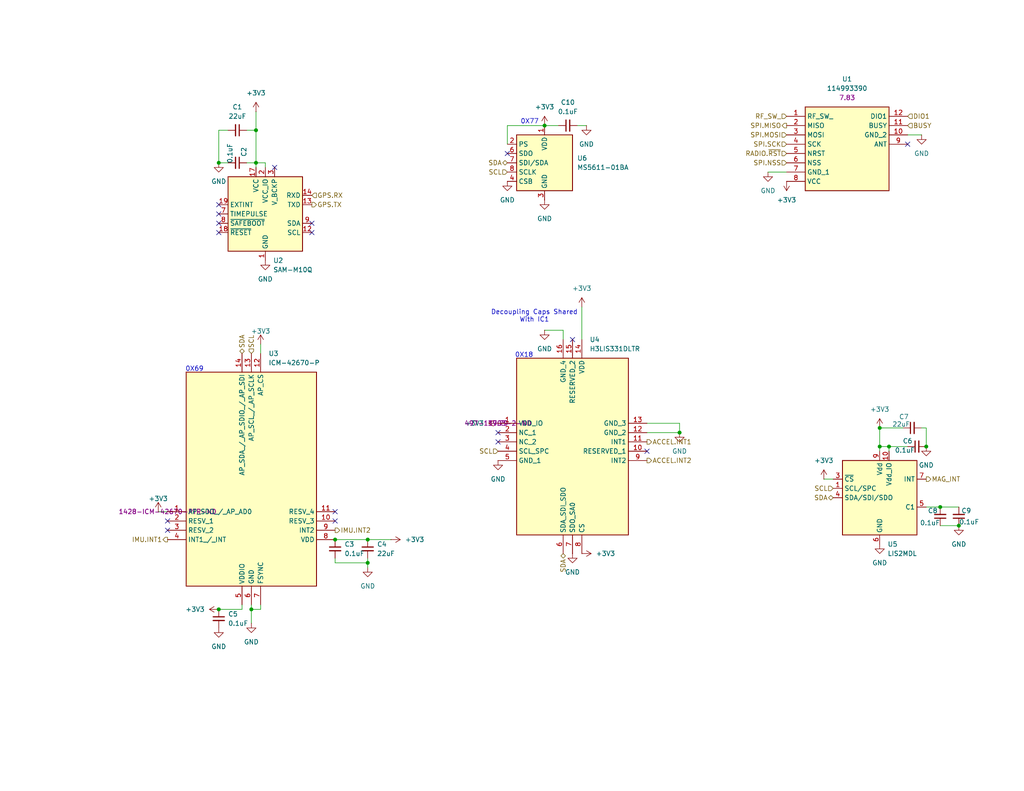
<source format=kicad_sch>
(kicad_sch (version 20250114) (generator "eeschema") (generator_version "9.0")
  (paper "A")
  (title_block (company "CU INSPACE") (comment 1 "ROLAND NEILL") (comment 2 "2025-04-19"))
  (lib_symbols
    (symbol "Library:+3V3" (power) (pin_numbers (hide yes)) (pin_names (offset 0) (hide yes))
      (property "Value" "+3V3" (at 0 3.556 0))
      (symbol "+3V3_0_1"
        (polyline (pts (xy -0.762 1.27) (xy 0 2.54)))
        (polyline (pts (xy 0 2.54) (xy 0.762 1.27)))
        (polyline (pts (xy 0 0) (xy 0 2.54)))
      )
      (symbol "+3V3_1_1"
        (pin power_in line (at 0 0 90) (length 0) (name "~") (number "1"))
      )
    )
    (symbol "Library:114993390"
      (property "Reference" "IC" (at 29.21 7.62 0))
      (property "Value" "114993390" (at 29.21 5.08 0))
      (symbol "114993390_1_1"
        (rectangle (start 5.08 2.54) (end 27.94 -20.32) (stroke (width 0.254)) (fill (type background)))
        (pin passive line (at 0 0 0) (length 5.08) (name "RF_SW_") (number "1"))
        (pin passive line (at 0 -2.54 0) (length 5.08) (name "MISO") (number "2"))
        (pin passive line (at 0 -5.08 0) (length 5.08) (name "MOSI") (number "3"))
        (pin passive line (at 0 -7.62 0) (length 5.08) (name "SCK") (number "4"))
        (pin passive line (at 0 -10.16 0) (length 5.08) (name "NRST") (number "5"))
        (pin passive line (at 0 -12.7 0) (length 5.08) (name "NSS") (number "6"))
        (pin passive line (at 0 -15.24 0) (length 5.08) (name "GND_1") (number "7"))
        (pin passive line (at 0 -17.78 0) (length 5.08) (name "VCC") (number "8"))
        (pin passive line (at 33.02 0 180) (length 5.08) (name "DIO1") (number "12"))
        (pin passive line (at 33.02 -2.54 180) (length 5.08) (name "BUSY") (number "11"))
        (pin passive line (at 33.02 -5.08 180) (length 5.08) (name "GND_2") (number "10"))
        (pin passive line (at 33.02 -7.62 180) (length 5.08) (name "ANT") (number "9"))
      )
    )
    (symbol "Library:C_Small" (pin_numbers (hide yes)) (pin_names (offset 0.254) (hide yes))
      (property "Reference" "C" (at 0.254 1.778 0))
      (property "Value" "C_Small" (at 0.254 -2.032 0))
      (symbol "C_Small_0_1"
        (polyline (pts (xy -1.524 0.508) (xy 1.524 0.508)) (stroke (width 0.3048)))
        (polyline (pts (xy -1.524 -0.508) (xy 1.524 -0.508)) (stroke (width 0.3302)))
      )
      (symbol "C_Small_1_1"
        (pin passive line (at 0 2.54 270) (length 2.032) (name "~") (number "1"))
        (pin passive line (at 0 -2.54 90) (length 2.032) (name "~") (number "2"))
      )
    )
    (symbol "Library:GND" (power) (pin_numbers (hide yes)) (pin_names (offset 0) (hide yes))
      (property "Value" "GND" (at 0 -3.81 0))
      (symbol "GND_0_1"
        (polyline (pts (xy 0 0) (xy 0 -1.27) (xy 1.27 -1.27) (xy 0 -2.54) (xy -1.27 -1.27) (xy 0 -1.27)))
      )
      (symbol "GND_1_1"
        (pin power_in line (at 0 0 270) (length 0) (name "~") (number "1"))
      )
    )
    (symbol "Library:H3LIS331DLTR"
      (property "Reference" "AC" (at 36.83 22.86 0))
      (property "Value" "H3LIS331DLTR" (at 36.83 20.32 0))
      (symbol "H3LIS331DLTR_1_1"
        (rectangle (start 5.08 17.78) (end 35.56 -30.48) (stroke (width 0.254)) (fill (type background)))
        (pin power_in line (at 0 0 0) (length 5.08) (name "VDD_IO") (number "1"))
        (pin passive line (at 0 -2.54 0) (length 5.08) (name "NC_1") (number "2"))
        (pin passive line (at 0 -5.08 0) (length 5.08) (name "NC_2") (number "3"))
        (pin passive line (at 0 -7.62 0) (length 5.08) (name "SCL_SPC") (number "4"))
        (pin power_in line (at 0 -10.16 0) (length 5.08) (name "GND_1") (number "5"))
        (pin power_in line (at 17.78 22.86 270) (length 5.08) (name "GND_4") (number "16"))
        (pin passive line (at 17.78 -35.56 90) (length 5.08) (name "SDA_SDI_SDO") (number "6"))
        (pin passive line (at 20.32 22.86 270) (length 5.08) (name "RESERVED_2") (number "15"))
        (pin passive line (at 20.32 -35.56 90) (length 5.08) (name "SDO_SA0") (number "7"))
        (pin power_in line (at 22.86 22.86 270) (length 5.08) (name "VDD") (number "14"))
        (pin input line (at 22.86 -35.56 90) (length 5.08) (name "CS") (number "8"))
        (pin power_in line (at 40.64 0 180) (length 5.08) (name "GND_3") (number "13"))
        (pin power_in line (at 40.64 -2.54 180) (length 5.08) (name "GND_2") (number "12"))
        (pin input line (at 40.64 -5.08 180) (length 5.08) (name "INT1") (number "11"))
        (pin passive line (at 40.64 -7.62 180) (length 5.08) (name "RESERVED_1") (number "10"))
        (pin input line (at 40.64 -10.16 180) (length 5.08) (name "INT2") (number "9"))
      )
    )
    (symbol "Library:ICM-42670-P"
      (property "Reference" "IC" (at 41.91 43.18 0))
      (property "Value" "ICM-42670-P" (at 41.91 40.64 0))
      (symbol "ICM-42670-P_1_1"
        (rectangle (start 5.08 38.1) (end 40.64 -20.32) (stroke (width 0.254)) (fill (type background)))
        (pin passive line (at 0 0 0) (length 5.08) (name "AP_SDO_/_AP_AD0") (number "1"))
        (pin passive line (at 0 -2.54 0) (length 5.08) (name "RESV_1") (number "2"))
        (pin passive line (at 0 -5.08 0) (length 5.08) (name "RESV_2") (number "3"))
        (pin passive line (at 0 -7.62 0) (length 5.08) (name "INT1_/_INT") (number "4"))
        (pin passive line (at 20.32 43.18 270) (length 5.08) (name "AP_SDA_/_AP_SDIO_/_AP_SDI") (number "14"))
        (pin passive line (at 20.32 -25.4 90) (length 5.08) (name "VDDIO") (number "5"))
        (pin passive line (at 22.86 43.18 270) (length 5.08) (name "AP_SCL_/_AP_SCLK") (number "13"))
        (pin passive line (at 22.86 -25.4 90) (length 5.08) (name "GND") (number "6"))
        (pin passive line (at 25.4 43.18 270) (length 5.08) (name "AP_CS") (number "12"))
        (pin passive line (at 25.4 -25.4 90) (length 5.08) (name "FSYNC") (number "7"))
        (pin passive line (at 45.72 0 180) (length 5.08) (name "RESV_4") (number "11"))
        (pin passive line (at 45.72 -2.54 180) (length 5.08) (name "RESV_3") (number "10"))
        (pin passive line (at 45.72 -5.08 180) (length 5.08) (name "INT2") (number "9"))
        (pin passive line (at 45.72 -7.62 180) (length 5.08) (name "VDD") (number "8"))
      )
    )
    (symbol "Library:LIS2MDL"
      (property "Reference" "U" (at -8.89 11.43 0))
      (property "Value" "LIS2MDL" (at 7.62 11.43 0))
      (symbol "LIS2MDL_0_1"
        (rectangle (start -10.16 10.16) (end 10.16 -10.16) (stroke (width 0.254)) (fill (type background)))
      )
      (symbol "LIS2MDL_1_1"
        (pin input line (at -12.7 5.08 0) (length 2.54) (name "~{CS}") (number "3"))
        (pin input line (at -12.7 2.54 0) (length 2.54) (name "SCL/SPC") (number "1"))
        (pin bidirectional line (at -12.7 0 0) (length 2.54) (name "SDA/SDI/SDO") (number "4"))
        (pin no_connect line (at -10.16 -5.08 0) (length 2.54) (hide yes) (name "NC") (number "2"))
        (pin no_connect line (at -10.16 -7.62 0) (length 2.54) (hide yes) (name "NC") (number "11"))
        (pin power_in line (at 0 12.7 270) (length 2.54) (name "Vdd") (number "9"))
        (pin power_in line (at 0 -12.7 90) (length 2.54) (name "GND") (number "6"))
        (pin passive line (at 0 -12.7 90) (length 2.54) (hide yes) (name "GND") (number "8"))
        (pin power_in line (at 2.54 12.7 270) (length 2.54) (name "Vdd_IO") (number "10"))
        (pin no_connect line (at 10.16 -7.62 180) (length 2.54) (hide yes) (name "NC") (number "12"))
        (pin output line (at 12.7 5.08 180) (length 2.54) (name "DRDY") (number "7") (alternate "INT" output line))
        (pin power_out line (at 12.7 -2.54 180) (length 2.54) (name "C1") (number "5"))
      )
    )
    (symbol "Library:MS5611-01BA"
      (property "Reference" "U" (at -6.35 8.89 0))
      (property "Value" "MS5611-01BA" (at 7.62 8.89 0))
      (symbol "MS5611-01BA_0_1"
        (rectangle (start -7.62 7.62) (end 7.62 -7.62) (stroke (width 0.254)) (fill (type background)))
      )
      (symbol "MS5611-01BA_1_1"
        (pin input line (at -10.16 5.08 0) (length 2.54) (name "PS") (number "2"))
        (pin output line (at -10.16 2.54 0) (length 2.54) (name "SDO") (number "6"))
        (pin bidirectional line (at -10.16 0 0) (length 2.54) (name "SDI/SDA") (number "7"))
        (pin input line (at -10.16 -2.54 0) (length 2.54) (name "SCLK") (number "8"))
        (pin input line (at -10.16 -5.08 0) (length 2.54) (name "CSB") (number "4"))
        (pin input line (at -10.16 -5.08 0) (length 2.54) (hide yes) (name "CSB") (number "5"))
        (pin power_in line (at 0 10.16 270) (length 2.54) (name "VDD") (number "1"))
        (pin power_in line (at 0 -10.16 90) (length 2.54) (name "GND") (number "3"))
      )
    )
    (symbol "Library:SAM-M10Q"
      (property "Reference" "U" (at -8.89 11.43 0))
      (property "Value" "SAM-M10Q" (at 8.89 11.43 0))
      (symbol "SAM-M10Q_0_1"
        (rectangle (start -10.16 10.16) (end 10.16 -10.16) (stroke (width 0.254)) (fill (type background)))
      )
      (symbol "SAM-M10Q_1_1"
        (pin input line (at -12.7 2.54 0) (length 2.54) (name "EXTINT") (number "19"))
        (pin output line (at -12.7 0 0) (length 2.54) (name "TIMEPULSE") (number "7"))
        (pin input line (at -12.7 -2.54 0) (length 2.54) (name "~{SAFEBOOT}") (number "8"))
        (pin input line (at -12.7 -5.08 0) (length 2.54) (name "~{RESET}") (number "18"))
        (pin power_in line (at -2.54 12.7 270) (length 2.54) (name "VCC") (number "17"))
        (pin power_in line (at 0 12.7 270) (length 2.54) (name "VCC_IO") (number "2"))
        (pin power_in line (at 0 -12.7 90) (length 2.54) (name "GND") (number "1"))
        (pin passive line (at 0 -12.7 90) (length 2.54) (hide yes) (name "GND") (number "10"))
        (pin passive line (at 0 -12.7 90) (length 2.54) (hide yes) (name "GND") (number "11"))
        (pin passive line (at 0 -12.7 90) (length 2.54) (hide yes) (name "GND") (number "15"))
        (pin passive line (at 0 -12.7 90) (length 2.54) (hide yes) (name "GND") (number "16"))
        (pin passive line (at 0 -12.7 90) (length 2.54) (hide yes) (name "GND") (number "20"))
        (pin passive line (at 0 -12.7 90) (length 2.54) (hide yes) (name "GND") (number "4"))
        (pin passive line (at 0 -12.7 90) (length 2.54) (hide yes) (name "GND") (number "5"))
        (pin passive line (at 0 -12.7 90) (length 2.54) (hide yes) (name "GND") (number "6"))
        (pin power_in line (at 2.54 12.7 270) (length 2.54) (name "V_BCKP") (number "3"))
        (pin input line (at 12.7 5.08 180) (length 2.54) (name "RXD") (number "14"))
        (pin output line (at 12.7 2.54 180) (length 2.54) (name "TXD") (number "13"))
        (pin bidirectional line (at 12.7 -2.54 180) (length 2.54) (name "SDA") (number "9"))
        (pin input line (at 12.7 -5.08 180) (length 2.54) (name "SCL") (number "12"))
      )
    )
  )
  (text "0X69\n" (at 53.086 100.838 0) (effects (font (size 1.27 1.27))))
  (text "0X18" (at 143.002 97.028 0) (effects (font (size 1.27 1.27))))
  (text "0X77" (at 144.526 33.274 0) (effects (font (size 1.27 1.27))))
  (text "Decoupling Caps Shared\nWith IC1" (at 145.796 86.36 0) (effects (font (size 1.27 1.27))))
  (junction (at 240.03 116.84))
  (junction (at 100.33 147.32))
  (junction (at 59.69 44.45))
  (junction (at 252.73 121.92))
  (junction (at 68.58 166.37))
  (junction (at 100.33 153.67))
  (junction (at 148.59 34.29))
  (junction (at 240.03 121.92))
  (junction (at 69.85 44.45))
  (junction (at 256.54 138.43))
  (junction (at 59.69 166.37))
  (junction (at 69.85 35.56))
  (junction (at 261.62 143.51))
  (junction (at 185.42 118.11))
  (junction (at 242.57 121.92))
  (junction (at 91.44 147.32))
  (no_connect (at 45.72 144.78))
  (no_connect (at 138.43 41.91))
  (no_connect (at 59.69 63.5))
  (no_connect (at 247.65 39.37))
  (no_connect (at 156.21 92.71))
  (no_connect (at 176.53 123.19))
  (no_connect (at 59.69 55.88))
  (no_connect (at 91.44 139.7))
  (no_connect (at 85.09 63.5))
  (no_connect (at 59.69 58.42))
  (no_connect (at 45.72 142.24))
  (no_connect (at 135.89 118.11))
  (no_connect (at 135.89 120.65))
  (no_connect (at 74.93 45.72))
  (no_connect (at 85.09 60.96))
  (no_connect (at 59.69 60.96))
  (no_connect (at 91.44 142.24))
  (wire (pts (xy 240.03 116.84) (xy 246.38 116.84)))
  (wire (pts (xy 240.03 116.84) (xy 240.03 121.92)))
  (wire (pts (xy 71.12 93.98) (xy 71.12 96.52)))
  (wire (pts (xy 138.43 34.29) (xy 148.59 34.29)))
  (wire (pts (xy 240.03 121.92) (xy 242.57 121.92)))
  (wire (pts (xy 153.67 90.17) (xy 153.67 92.71)))
  (wire (pts (xy 66.04 166.37) (xy 66.04 165.1)))
  (wire (pts (xy 59.69 166.37) (xy 66.04 166.37)))
  (wire (pts (xy 242.57 123.19) (xy 242.57 121.92)))
  (wire (pts (xy 72.39 45.72) (xy 72.39 44.45)))
  (wire (pts (xy 157.48 34.29) (xy 160.02 34.29)))
  (wire (pts (xy 69.85 44.45) (xy 67.31 44.45)))
  (wire (pts (xy 158.75 83.82) (xy 158.75 92.71)))
  (wire (pts (xy 91.44 147.32) (xy 100.33 147.32)))
  (wire (pts (xy 138.43 34.29) (xy 138.43 39.37)))
  (wire (pts (xy 252.73 116.84) (xy 252.73 121.92)))
  (wire (pts (xy 240.03 121.92) (xy 240.03 123.19)))
  (wire (pts (xy 72.39 44.45) (xy 69.85 44.45)))
  (wire (pts (xy 209.55 46.99) (xy 214.63 46.99)))
  (wire (pts (xy 69.85 45.72) (xy 69.85 44.45)))
  (wire (pts (xy 242.57 121.92) (xy 247.65 121.92)))
  (wire (pts (xy 91.44 153.67) (xy 100.33 153.67)))
  (wire (pts (xy 224.79 130.81) (xy 227.33 130.81)))
  (wire (pts (xy 251.46 116.84) (xy 252.73 116.84)))
  (wire (pts (xy 100.33 153.67) (xy 100.33 154.94)))
  (wire (pts (xy 148.59 34.29) (xy 152.4 34.29)))
  (wire (pts (xy 62.23 35.56) (xy 59.69 35.56)))
  (wire (pts (xy 176.53 118.11) (xy 185.42 118.11)))
  (wire (pts (xy 69.85 30.48) (xy 69.85 35.56)))
  (wire (pts (xy 59.69 35.56) (xy 59.69 44.45)))
  (wire (pts (xy 67.31 35.56) (xy 69.85 35.56)))
  (wire (pts (xy 247.65 36.83) (xy 251.46 36.83)))
  (wire (pts (xy 176.53 115.57) (xy 185.42 115.57)))
  (wire (pts (xy 148.59 90.17) (xy 153.67 90.17)))
  (wire (pts (xy 252.73 138.43) (xy 256.54 138.43)))
  (wire (pts (xy 256.54 143.51) (xy 261.62 143.51)))
  (wire (pts (xy 69.85 35.56) (xy 69.85 44.45)))
  (wire (pts (xy 185.42 115.57) (xy 185.42 118.11)))
  (wire (pts (xy 68.58 170.18) (xy 68.58 166.37)))
  (wire (pts (xy 68.58 166.37) (xy 68.58 165.1)))
  (wire (pts (xy 43.18 139.7) (xy 45.72 139.7)))
  (wire (pts (xy 91.44 153.67) (xy 91.44 152.4)))
  (wire (pts (xy 71.12 166.37) (xy 68.58 166.37)))
  (wire (pts (xy 100.33 147.32) (xy 106.68 147.32)))
  (wire (pts (xy 100.33 153.67) (xy 100.33 152.4)))
  (wire (pts (xy 71.12 165.1) (xy 71.12 166.37)))
  (wire (pts (xy 59.69 44.45) (xy 62.23 44.45)))
  (wire (pts (xy 256.54 138.43) (xy 261.62 138.43)))
  (hierarchical_label "SDA" (shape bidirectional) (at 153.67 151.13 270))
  (hierarchical_label "RF_SW_" (shape input) (at 214.63 31.75 180))
  (hierarchical_label "GPS.RX" (shape input) (at 85.09 53.34 0))
  (hierarchical_label "ACCEL.INT1" (shape output) (at 176.53 120.65 0))
  (hierarchical_label "SPI.NSS" (shape input) (at 214.63 44.45 180))
  (hierarchical_label "SCL" (shape input) (at 68.58 96.52 90))
  (hierarchical_label "ACCEL.INT2" (shape output) (at 176.53 125.73 0))
  (hierarchical_label "IMU.INT1" (shape output) (at 45.72 147.32 180))
  (hierarchical_label "SPI.SCK" (shape input) (at 214.63 39.37 180))
  (hierarchical_label "DIO1" (shape input) (at 247.65 31.75 0))
  (hierarchical_label "SCL" (shape input) (at 138.43 46.99 180))
  (hierarchical_label "SDA" (shape bidirectional) (at 66.04 96.52 90))
  (hierarchical_label "RADIO.~{RST}" (shape input) (at 214.63 41.91 180))
  (hierarchical_label "SPI.MOSI" (shape input) (at 214.63 36.83 180))
  (hierarchical_label "IMU.INT2" (shape output) (at 91.44 144.78 0))
  (hierarchical_label "SCL" (shape input) (at 227.33 133.35 180))
  (hierarchical_label "SCL" (shape input) (at 135.89 123.19 180))
  (hierarchical_label "SDA" (shape bidirectional) (at 138.43 44.45 180))
  (hierarchical_label "GPS.TX" (shape output) (at 85.09 55.88 0))
  (hierarchical_label "MAG_INT" (shape output) (at 252.73 130.81 0))
  (hierarchical_label "SDA" (shape bidirectional) (at 227.33 135.89 180))
  (hierarchical_label "BUSY" (shape input) (at 247.65 34.29 0))
  (hierarchical_label "SPI.MISO" (shape output) (at 214.63 34.29 180))
  (symbol (lib_id "Library:GND") (at 148.59 54.61 0) (unit 1)
    (property "Reference" "#PWR095" (effects (hide yes)))
    (property "Value" "GND" (at 148.59 59.69 0))
    (property "Description" "Power symbol creates a global label with name \"GND\" , ground" (effects (hide yes)))
  )
  (symbol (lib_id "Library:C_Small") (at 64.77 35.56 270) (unit 1)
    (property "Reference" "C1" (at 64.7636 29.21 90))
    (property "Value" "22uF" (at 64.7636 31.75 90))
    (property "Footprint" "Library:C_0805_2012Metric_Pad1.18x1.45mm_HandSolder" (effects (hide yes)))
    (property "Description" "Unpolarized capacitor, small symbol" (effects (hide yes)))
    (property "Manufacturer_Name" "Samsung Electro-Mechanics" (effects (hide yes)))
    (property "Manufacturer_Part_Number" "CL21X226MQQNNNE" (effects (hide yes)))
    (property "Mouser Part Number" "81-GRM21BZ70J226ME4L" (effects (hide yes)))
    (property "Mouser Price/Stock" "https://www.mouser.ca/ProductDetail/Murata-Electronics/GRM21BZ70J226ME44L?qs=gt1LBUVyoHk1niSPiXLfGQ%3D%3D" (effects (hide yes)))
    (property "Price" "0.2" (effects (hide yes)))
    (property "Var" "Variant Ground(-!) Flight(+!)" (effects (hide yes)))
    (property "SPN" "1276-3031-2-ND" (effects (hide yes)))
  )
  (symbol (lib_id "Library:114993390") (at 214.63 31.75 0) (unit 1)
    (property "Reference" "U1" (at 231.14 21.59 0))
    (property "Value" "114993390" (at 231.14 24.13 0))
    (property "Footprint" "Library:114993390" (effects (hide yes)))
    (property "Datasheet" "https://files.seeedstudio.com/products/SenseCAP/Wio_SX1262/Wio-SX1262_Module_Datasheet.pdf" (effects (hide yes)))
    (property "Description" "RF Modules Wio-SX1262 Wireless Module (Bulk), SX1262 embedded, supports LoRa&LoRaWAN on EU868 & US915" (effects (hide yes)))
    (property "Height" "3.15" (effects (hide yes)))
    (property "Mouser Part Number" "713-114993390" (effects (hide yes)))
    (property "Mouser Price/Stock" "https://www.mouser.co.uk/ProductDetail/Seeed-Studio/114993390?qs=NeOn4crkEuu9JWV37oJsXg%3D%3D" (effects (hide yes)))
    (property "Manufacturer_Name" "Seeed Technology Co., Ltd" (effects (hide yes)))
    (property "Manufacturer_Part_Number" "114993390" (effects (hide yes)))
    (property "SPN" "1597-114993390-ND" (effects (hide yes)))
    (property "Price" "7.83" (at 231.14 26.67 0))
  )
  (symbol (lib_id "Library:GND") (at 160.02 34.29 0) (unit 1)
    (property "Reference" "#PWR096" (effects (hide yes)))
    (property "Value" "GND" (at 160.02 39.37 0))
    (property "Description" "Power symbol creates a global label with name \"GND\" , ground" (effects (hide yes)))
  )
  (symbol (lib_id "Library:+3V3") (at 158.75 83.82 0) (unit 1)
    (property "Reference" "#PWR0100" (effects (hide yes)))
    (property "Value" "+3V3" (at 158.75 78.74 0))
    (property "Description" "Power symbol creates a global label with name \"+3V3\"" (effects (hide yes)))
  )
  (symbol (lib_id "Library:ICM-42670-P") (at 45.72 139.7 0) (unit 1)
    (property "Reference" "U3" (at 73.2633 96.52 0) (effects (justify left)))
    (property "Value" "ICM-42670-P" (at 73.2633 99.06 0) (effects (justify left)))
    (property "Footprint" "Library:ICM42670P" (effects (hide yes)))
    (property "Datasheet" "https://3cfeqx1hf82y3xcoull08ihx-wpengine.netdna-ssl.com/wp-content/uploads/2021/07/DS-000451-ICM-42670-P-v1.0.pdf" (effects (hide yes)))
    (property "Description" "IMUs - Inertial Measurement Units Low-Power, Premium Performance 6-Axis MotionTrackingTM IMU with I3C, I2C and SPI interface in 2.5mm x 3mm Package" (effects (hide yes)))
    (property "Mouser Part Number" "410-ICM-42670-P" (effects (hide yes)))
    (property "Mouser Price/Stock" "https://www.mouser.co.uk/ProductDetail/TDK-InvenSense/ICM-42670-P?qs=iLbezkQI%252BsgK8sMF5V7fQQ%3D%3D" (effects (hide yes)))
    (property "Manufacturer_Name" "TDK" (effects (hide yes)))
    (property "Manufacturer_Part_Number" "ICM-42670-P" (effects (hide yes)))
    (property "Price" "5.90" (effects (hide yes)))
    (property "Var" "Variant Ground(-!) Flight(+!)" (effects (hide yes)))
    (property "SPN" "1428-ICM-42670-PTR-ND" (at 45.72 139.7 0))
  )
  (symbol (lib_id "Library:+3V3") (at 224.79 130.81 0) (unit 1)
    (property "Reference" "#PWR0103" (effects (hide yes)))
    (property "Value" "+3V3" (at 224.79 125.73 0))
    (property "Description" "Power symbol creates a global label with name \"+3V3\"" (effects (hide yes)))
  )
  (symbol (lib_id "Library:C_Small") (at 64.77 44.45 270) (unit 1)
    (property "Reference" "C2" (at 66.548 40.132 0) (effects (justify left)))
    (property "Value" "0.1uF" (at 62.738 39.116 0) (effects (justify left)))
    (property "Footprint" "Library:C_0805_2012Metric_Pad1.18x1.45mm_HandSolder" (effects (hide yes)))
    (property "Description" "Unpolarized capacitor, small symbol" (effects (hide yes)))
    (property "Manufacturer_Name" "Kyocera AVX" (effects (hide yes)))
    (property "Manufacturer_Part_Number" "KGM21NR71H104KT" (effects (hide yes)))
    (property "Mouser Part Number" "581-08053C104K" (effects (hide yes)))
    (property "Mouser Price/Stock" "https://www.mouser.ca/ProductDetail/KYOCERA-AVX/08053C104KAT2A?qs=EihRZLdKnF2GcTBzDkE%2FiQ%3D%3D" (effects (hide yes)))
    (property "Price" "0.12" (effects (hide yes)))
    (property "Var" "Variant Ground(-!) Flight(+!)" (effects (hide yes)))
    (property "SPN" "478-KGM21NR71H104KTTR-ND" (effects (hide yes)))
  )
  (symbol (lib_id "Library:GND") (at 59.69 171.45 0) (unit 1)
    (property "Reference" "#PWR031" (effects (hide yes)))
    (property "Value" "GND" (at 59.69 176.53 0))
    (property "Description" "Power symbol creates a global label with name \"GND\" , ground" (effects (hide yes)))
  )
  (symbol (lib_id "Library:GND") (at 72.39 71.12 0) (unit 1)
    (property "Reference" "#PWR057" (effects (hide yes)))
    (property "Value" "GND" (at 72.39 76.2 0))
    (property "Description" "Power symbol creates a global label with name \"GND\" , ground" (effects (hide yes)))
  )
  (symbol (lib_id "Library:C_Small") (at 248.92 116.84 90) (unit 1)
    (property "Reference" "C7" (at 246.634 113.792 90))
    (property "Value" "22uF" (at 245.872 115.824 90))
    (property "Footprint" "Library:C_0805_2012Metric_Pad1.18x1.45mm_HandSolder" (effects (hide yes)))
    (property "Description" "Unpolarized capacitor, small symbol" (effects (hide yes)))
    (property "Manufacturer_Name" "Samsung Electro-Mechanics" (effects (hide yes)))
    (property "Manufacturer_Part_Number" "CL21X226MQQNNNE" (effects (hide yes)))
    (property "Mouser Part Number" "81-GRM21BZ70J226ME4L" (effects (hide yes)))
    (property "Mouser Price/Stock" "https://www.mouser.ca/ProductDetail/Murata-Electronics/GRM21BZ70J226ME44L?qs=gt1LBUVyoHk1niSPiXLfGQ%3D%3D" (effects (hide yes)))
    (property "Price" "0.2" (effects (hide yes)))
    (property "Var" "Variant Ground(-!) Flight(+!)" (effects (hide yes)))
    (property "SPN" "1276-3031-2-ND" (effects (hide yes)))
  )
  (symbol (lib_id "Library:H3LIS331DLTR") (at 135.89 115.57 0) (unit 1)
    (property "Reference" "U4" (at 160.8933 92.71 0) (effects (justify left)))
    (property "Value" "H3LIS331DLTR" (at 160.8933 95.25 0) (effects (justify left)))
    (property "Footprint" "Library:H3LIS331DLTR" (effects (hide yes)))
    (property "Datasheet" "http://www.st.com/st-web-ui/static/active/en/resource/technical/document/datasheet/DM00053090.pdf" (effects (hide yes)))
    (property "Description" "Accelerometers Low Pwr Hi G 3-axis Digital Acceleromtr" (effects (hide yes)))
    (property "Height" "1" (effects (hide yes)))
    (property "Mouser Part Number" "511-H3LIS331DLTR" (effects (hide yes)))
    (property "Mouser Price/Stock" "https://www.mouser.co.uk/ProductDetail/STMicroelectronics/H3LIS331DLTR?qs=TAo1I7FhABsAZFqkqNUSRA%3D%3D" (effects (hide yes)))
    (property "Manufacturer_Name" "STMicroelectronics" (effects (hide yes)))
    (property "Manufacturer_Part_Number" "H3LIS331DLTR" (effects (hide yes)))
    (property "Var" "Variant Ground(-!) Flight(+!)" (effects (hide yes)))
    (property "SPN" "497-13903-2-ND" (at 135.89 115.57 0))
    (property "Price" "17.79" (at 135.89 115.57 0))
  )
  (symbol (lib_id "Library:GND") (at 59.69 44.45 0) (unit 1)
    (property "Reference" "#PWR058" (effects (hide yes)))
    (property "Value" "GND" (at 59.69 49.53 0))
    (property "Description" "Power symbol creates a global label with name \"GND\" , ground" (effects (hide yes)))
  )
  (symbol (lib_id "Library:GND") (at 261.62 143.51 0) (unit 1)
    (property "Reference" "#PWR0107" (effects (hide yes)))
    (property "Value" "GND" (at 261.62 148.59 0))
    (property "Description" "Power symbol creates a global label with name \"GND\" , ground" (effects (hide yes)))
  )
  (symbol (lib_id "Library:+3V3") (at 135.89 115.57 90) (unit 1)
    (property "Reference" "#PWR0108" (effects (hide yes)))
    (property "Value" "+3V3" (at 132.08 115.5699 90) (effects (justify left)))
    (property "Description" "Power symbol creates a global label with name \"+3V3\"" (effects (hide yes)))
  )
  (symbol (lib_id "Library:GND") (at 148.59 90.17 0) (unit 1)
    (property "Reference" "#PWR098" (effects (hide yes)))
    (property "Value" "GND" (at 148.59 95.25 0))
    (property "Description" "Power symbol creates a global label with name \"GND\" , ground" (effects (hide yes)))
  )
  (symbol (lib_id "Library:C_Small") (at 256.54 140.97 180) (unit 1)
    (property "Reference" "C8" (at 254.508 139.446 0))
    (property "Value" "0.1uF" (at 253.746 142.748 0))
    (property "Footprint" "Library:C_0805_2012Metric_Pad1.18x1.45mm_HandSolder" (effects (hide yes)))
    (property "Description" "Unpolarized capacitor, small symbol" (effects (hide yes)))
    (property "Manufacturer_Name" "Kyocera AVX" (effects (hide yes)))
    (property "Manufacturer_Part_Number" "KGM21NR71H104KT" (effects (hide yes)))
    (property "Mouser Part Number" "581-08053C104K" (effects (hide yes)))
    (property "Mouser Price/Stock" "https://www.mouser.ca/ProductDetail/KYOCERA-AVX/08053C104KAT2A?qs=EihRZLdKnF2GcTBzDkE%2FiQ%3D%3D" (effects (hide yes)))
    (property "Price" "0.12" (effects (hide yes)))
    (property "Var" "Variant Ground(-!) Flight(+!)" (effects (hide yes)))
    (property "SPN" "478-KGM21NR71H104KTTR-ND" (effects (hide yes)))
  )
  (symbol (lib_id "Library:GND") (at 100.33 154.94 0) (unit 1)
    (property "Reference" "#PWR032" (effects (hide yes)))
    (property "Value" "GND" (at 100.33 160.02 0))
    (property "Description" "Power symbol creates a global label with name \"GND\" , ground" (effects (hide yes)))
  )
  (symbol (lib_id "Library:+3V3") (at 59.69 166.37 90) (unit 1)
    (property "Reference" "#PWR030" (effects (hide yes)))
    (property "Value" "+3V3" (at 55.88 166.3699 90) (effects (justify left)))
    (property "Description" "Power symbol creates a global label with name \"+3V3\"" (effects (hide yes)))
  )
  (symbol (lib_id "Library:GND") (at 240.03 148.59 0) (unit 1)
    (property "Reference" "#PWR0105" (effects (hide yes)))
    (property "Value" "GND" (at 240.03 153.67 0))
    (property "Description" "Power symbol creates a global label with name \"GND\" , ground" (effects (hide yes)))
  )
  (symbol (lib_id "Library:+3V3") (at 43.18 139.7 0) (unit 1)
    (property "Reference" "#PWR077" (effects (hide yes)))
    (property "Value" "+3V3" (at 43.18 136.144 0))
    (property "Description" "Power symbol creates a global label with name \"+3V3\"" (effects (hide yes)))
  )
  (symbol (lib_id "Library:+3V3") (at 240.03 116.84 0) (unit 1)
    (property "Reference" "#PWR0104" (effects (hide yes)))
    (property "Value" "+3V3" (at 240.03 111.76 0))
    (property "Description" "Power symbol creates a global label with name \"+3V3\"" (effects (hide yes)))
  )
  (symbol (lib_id "Library:+3V3") (at 214.63 49.53 180) (unit 1)
    (property "Reference" "#PWR034" (effects (hide yes)))
    (property "Value" "+3V3" (at 214.63 54.61 0))
    (property "Description" "Power symbol creates a global label with name \"+3V3\"" (effects (hide yes)))
  )
  (symbol (lib_id "Library:GND") (at 68.58 170.18 0) (unit 1)
    (property "Reference" "#PWR011" (effects (hide yes)))
    (property "Value" "GND" (at 68.58 175.26 0))
    (property "Description" "Power symbol creates a global label with name \"GND\" , ground" (effects (hide yes)))
  )
  (symbol (lib_id "Library:+3V3") (at 158.75 151.13 270) (unit 1)
    (property "Reference" "#PWR0101" (effects (hide yes)))
    (property "Value" "+3V3" (at 162.56 151.1299 90) (effects (justify left)))
    (property "Description" "Power symbol creates a global label with name \"+3V3\"" (effects (hide yes)))
  )
  (symbol (lib_id "Library:C_Small") (at 250.19 121.92 90) (unit 1)
    (property "Reference" "C6" (at 247.65 120.396 90))
    (property "Value" "0.1uF" (at 246.888 122.936 90))
    (property "Footprint" "Library:C_0805_2012Metric_Pad1.18x1.45mm_HandSolder" (effects (hide yes)))
    (property "Description" "Unpolarized capacitor, small symbol" (effects (hide yes)))
    (property "Manufacturer_Name" "Kyocera AVX" (effects (hide yes)))
    (property "Manufacturer_Part_Number" "KGM21NR71H104KT" (effects (hide yes)))
    (property "Mouser Part Number" "581-08053C104K" (effects (hide yes)))
    (property "Mouser Price/Stock" "https://www.mouser.ca/ProductDetail/KYOCERA-AVX/08053C104KAT2A?qs=EihRZLdKnF2GcTBzDkE%2FiQ%3D%3D" (effects (hide yes)))
    (property "Price" "0.12" (effects (hide yes)))
    (property "Var" "Variant Ground(-!) Flight(+!)" (effects (hide yes)))
    (property "SPN" "478-KGM21NR71H104KTTR-ND" (effects (hide yes)))
  )
  (symbol (lib_id "Library:C_Small") (at 154.94 34.29 90) (unit 1)
    (property "Reference" "C10" (at 154.9463 27.94 90))
    (property "Value" "0.1uF" (at 154.9463 30.48 90))
    (property "Footprint" "Library:C_0805_2012Metric_Pad1.18x1.45mm_HandSolder" (effects (hide yes)))
    (property "Description" "Unpolarized capacitor, small symbol" (effects (hide yes)))
    (property "Manufacturer_Name" "Kyocera AVX" (effects (hide yes)))
    (property "Manufacturer_Part_Number" "KGM21NR71H104KT" (effects (hide yes)))
    (property "Mouser Part Number" "581-08053C104K" (effects (hide yes)))
    (property "Mouser Price/Stock" "https://www.mouser.ca/ProductDetail/KYOCERA-AVX/08053C104KAT2A?qs=EihRZLdKnF2GcTBzDkE%2FiQ%3D%3D" (effects (hide yes)))
    (property "Price" "0.12" (effects (hide yes)))
    (property "Var" "Variant Ground(-!) Flight(+!)" (effects (hide yes)))
    (property "SPN" "478-KGM21NR71H104KTTR-ND" (effects (hide yes)))
  )
  (symbol (lib_id "Library:C_Small") (at 91.44 149.86 0) (unit 1)
    (property "Reference" "C3" (at 93.98 148.5962 0) (effects (justify left)))
    (property "Value" "0.1uF" (at 93.98 151.1362 0) (effects (justify left)))
    (property "Footprint" "Library:C_0805_2012Metric_Pad1.18x1.45mm_HandSolder" (effects (hide yes)))
    (property "Description" "Unpolarized capacitor, small symbol" (effects (hide yes)))
    (property "Manufacturer_Name" "Kyocera AVX" (effects (hide yes)))
    (property "Manufacturer_Part_Number" "KGM21NR71H104KT" (effects (hide yes)))
    (property "Mouser Part Number" "581-08053C104K" (effects (hide yes)))
    (property "Mouser Price/Stock" "https://www.mouser.ca/ProductDetail/KYOCERA-AVX/08053C104KAT2A?qs=EihRZLdKnF2GcTBzDkE%2FiQ%3D%3D" (effects (hide yes)))
    (property "Price" "0.12" (effects (hide yes)))
    (property "Var" "Variant Ground(-!) Flight(+!)" (effects (hide yes)))
    (property "SPN" "478-KGM21NR71H104KTTR-ND" (effects (hide yes)))
  )
  (symbol (lib_id "Library:GND") (at 209.55 46.99 0) (unit 1)
    (property "Reference" "#PWR033" (effects (hide yes)))
    (property "Value" "GND" (at 209.55 52.07 0))
    (property "Description" "Power symbol creates a global label with name \"GND\" , ground" (effects (hide yes)))
  )
  (symbol (lib_id "Library:GND") (at 185.42 118.11 0) (unit 1)
    (property "Reference" "#PWR0102" (effects (hide yes)))
    (property "Value" "GND" (at 185.42 123.19 0))
    (property "Description" "Power symbol creates a global label with name \"GND\" , ground" (effects (hide yes)))
  )
  (symbol (lib_id "Library:SAM-M10Q") (at 72.39 58.42 0) (unit 1)
    (property "Reference" "U2" (at 74.5333 71.12 0) (effects (justify left)))
    (property "Value" "SAM-M10Q" (at 74.5333 73.66 0) (effects (justify left)))
    (property "Footprint" "Library:ublox_SAM-M10Q" (effects (hide yes)))
    (property "Datasheet" "https://www.u-blox.com/sites/default/files/SAM-M8Q_DataSheet_%28UBX-16012619%29.pdf" (effects (hide yes)))
    (property "Description" "GPS ublox M8 variant" (effects (hide yes)))
    (property "Var" "Variant Ground(-!) Flight(+!)" (effects (hide yes)))
  )
  (symbol (lib_id "Library:+3V3") (at 71.12 93.98 0) (unit 1)
    (property "Reference" "#PWR029" (effects (hide yes)))
    (property "Value" "+3V3" (at 71.12 90.424 0))
    (property "Description" "Power symbol creates a global label with name \"+3V3\"" (effects (hide yes)))
  )
  (symbol (lib_id "Library:C_Small") (at 59.69 168.91 0) (unit 1)
    (property "Reference" "C5" (at 62.23 167.6462 0) (effects (justify left)))
    (property "Value" "0.1uF" (at 62.23 170.1862 0) (effects (justify left)))
    (property "Footprint" "Library:C_0805_2012Metric_Pad1.18x1.45mm_HandSolder" (effects (hide yes)))
    (property "Description" "Unpolarized capacitor, small symbol" (effects (hide yes)))
    (property "Manufacturer_Name" "Kyocera AVX" (effects (hide yes)))
    (property "Manufacturer_Part_Number" "KGM21NR71H104KT" (effects (hide yes)))
    (property "Mouser Part Number" "581-08053C104K" (effects (hide yes)))
    (property "Mouser Price/Stock" "https://www.mouser.ca/ProductDetail/KYOCERA-AVX/08053C104KAT2A?qs=EihRZLdKnF2GcTBzDkE%2FiQ%3D%3D" (effects (hide yes)))
    (property "Price" "0.12" (effects (hide yes)))
    (property "Var" "Variant Ground(-!) Flight(+!)" (effects (hide yes)))
    (property "SPN" "478-KGM21NR71H104KTTR-ND" (effects (hide yes)))
  )
  (symbol (lib_id "Library:+3V3") (at 69.85 30.48 0) (unit 1)
    (property "Reference" "#PWR059" (effects (hide yes)))
    (property "Value" "+3V3" (at 69.85 25.4 0))
    (property "Description" "Power symbol creates a global label with name \"+3V3\"" (effects (hide yes)))
  )
  (symbol (lib_id "Library:C_Small") (at 100.33 149.86 0) (unit 1)
    (property "Reference" "C4" (at 102.87 148.5962 0) (effects (justify left)))
    (property "Value" "22uF" (at 102.87 151.1362 0) (effects (justify left)))
    (property "Footprint" "Library:C_0805_2012Metric_Pad1.18x1.45mm_HandSolder" (effects (hide yes)))
    (property "Description" "Unpolarized capacitor, small symbol" (effects (hide yes)))
    (property "Manufacturer_Name" "Samsung Electro-Mechanics" (effects (hide yes)))
    (property "Manufacturer_Part_Number" "CL21X226MQQNNNE" (effects (hide yes)))
    (property "Mouser Part Number" "81-GRM21BZ70J226ME4L" (effects (hide yes)))
    (property "Mouser Price/Stock" "https://www.mouser.ca/ProductDetail/Murata-Electronics/GRM21BZ70J226ME44L?qs=gt1LBUVyoHk1niSPiXLfGQ%3D%3D" (effects (hide yes)))
    (property "Price" "0.2" (effects (hide yes)))
    (property "Var" "Variant Ground(-!) Flight(+!)" (effects (hide yes)))
    (property "SPN" "1276-3031-2-ND" (effects (hide yes)))
  )
  (symbol (lib_id "Library:LIS2MDL") (at 240.03 135.89 0) (unit 1)
    (property "Reference" "U5" (at 242.1733 148.59 0) (effects (justify left)))
    (property "Value" "LIS2MDL" (at 242.1733 151.13 0) (effects (justify left)))
    (property "Footprint" "Library:LGA-12_2x2mm_P0.5mm" (effects (hide yes)))
    (property "Datasheet" "https://www.st.com/resource/en/datasheet/lis2mdl.pdf" (effects (hide yes)))
    (property "Description" "Ultra-low-power, 3-axis digital output magnetometer, LGA-12" (effects (hide yes)))
    (property "Var" "Variant Ground(-!) Flight(+!)" (effects (hide yes)))
    (property "SPN" "497-17588-2-ND" (effects (hide yes)))
    (property "Manufacturer_Name" "STMicroelectronics" (effects (hide yes)))
    (property "Manufacturer_Part_Number" "LIS2MDLTR" (effects (hide yes)))
    (property "Price" "3.71" (effects (hide yes)))
    (pin "7" (alternate "INT"))
  )
  (symbol (lib_id "Library:+3V3") (at 148.59 34.29 0) (unit 1)
    (property "Reference" "#PWR094" (effects (hide yes)))
    (property "Value" "+3V3" (at 148.59 29.21 0))
    (property "Description" "Power symbol creates a global label with name \"+3V3\"" (effects (hide yes)))
  )
  (symbol (lib_id "Library:GND") (at 138.43 49.53 0) (unit 1)
    (property "Reference" "#PWR093" (effects (hide yes)))
    (property "Value" "GND" (at 138.43 54.61 0))
    (property "Description" "Power symbol creates a global label with name \"GND\" , ground" (effects (hide yes)))
  )
  (symbol (lib_id "Library:C_Small") (at 261.62 140.97 180) (unit 1)
    (property "Reference" "C9" (at 263.652 139.446 0))
    (property "Value" "0.1uF" (at 264.414 142.494 0))
    (property "Footprint" "Library:C_0805_2012Metric_Pad1.18x1.45mm_HandSolder" (effects (hide yes)))
    (property "Description" "Unpolarized capacitor, small symbol" (effects (hide yes)))
    (property "Manufacturer_Name" "Kyocera AVX" (effects (hide yes)))
    (property "Manufacturer_Part_Number" "KGM21NR71H104KT" (effects (hide yes)))
    (property "Mouser Part Number" "581-08053C104K" (effects (hide yes)))
    (property "Mouser Price/Stock" "https://www.mouser.ca/ProductDetail/KYOCERA-AVX/08053C104KAT2A?qs=EihRZLdKnF2GcTBzDkE%2FiQ%3D%3D" (effects (hide yes)))
    (property "Price" "0.12" (effects (hide yes)))
    (property "Var" "Variant Ground(-!) Flight(+!)" (effects (hide yes)))
    (property "SPN" "478-KGM21NR71H104KTTR-ND" (effects (hide yes)))
  )
  (symbol (lib_id "Library:GND") (at 251.46 36.83 0) (unit 1)
    (property "Reference" "#PWR028" (effects (hide yes)))
    (property "Value" "GND" (at 251.46 41.91 0))
    (property "Description" "Power symbol creates a global label with name \"GND\" , ground" (effects (hide yes)))
  )
  (symbol (lib_id "Library:+3V3") (at 106.68 147.32 270) (unit 1)
    (property "Reference" "#PWR015" (effects (hide yes)))
    (property "Value" "+3V3" (at 110.49 147.3199 90) (effects (justify left)))
    (property "Description" "Power symbol creates a global label with name \"+3V3\"" (effects (hide yes)))
  )
  (symbol (lib_id "Library:GND") (at 252.73 121.92 0) (unit 1)
    (property "Reference" "#PWR0106" (effects (hide yes)))
    (property "Value" "GND" (at 252.73 127 0))
    (property "Description" "Power symbol creates a global label with name \"GND\" , ground" (effects (hide yes)))
  )
  (symbol (lib_id "Library:MS5611-01BA") (at 148.59 44.45 0) (unit 1)
    (property "Reference" "U6" (at 157.48 43.1799 0) (effects (justify left)))
    (property "Value" "MS5611-01BA" (at 157.48 45.7199 0) (effects (justify left)))
    (property "Footprint" "Library:LGA-8_3x5mm_P1.25mm" (effects (hide yes)))
    (property "Datasheet" "https://www.te.com/commerce/DocumentDelivery/DDEController?Action=srchrtrv&DocNm=MS5611-01BA03&DocType=Data+Sheet&DocLang=English" (effects (hide yes)))
    (property "Description" "Barometric pressure sensor, 10cm resolution, 10 to 1200 mbar, I2C and SPI interface up to 20MHz, LGA-8" (effects (hide yes)))
    (property "Var" "Variant Ground(-!) Flight(+!)" (effects (hide yes)))
    (property "SPN" "223-1622-2-ND" (effects (hide yes)))
    (property "Manufacturer_Name" "TE Connectivity Measurement Specialties" (effects (hide yes)))
    (property "Manufacturer_Part_Number" "MS561101BA03-50" (effects (hide yes)))
    (property "Price" "14.99" (effects (hide yes)))
  )
  (symbol (lib_id "Library:GND") (at 156.21 151.13 0) (unit 1)
    (property "Reference" "#PWR099" (effects (hide yes)))
    (property "Value" "GND" (at 156.21 156.21 0))
    (property "Description" "Power symbol creates a global label with name \"GND\" , ground" (effects (hide yes)))
  )
  (symbol (lib_id "Library:GND") (at 135.89 125.73 0) (unit 1)
    (property "Reference" "#PWR097" (effects (hide yes)))
    (property "Value" "GND" (at 135.89 130.81 0))
    (property "Description" "Power symbol creates a global label with name \"GND\" , ground" (effects (hide yes)))
  )
)
</source>
